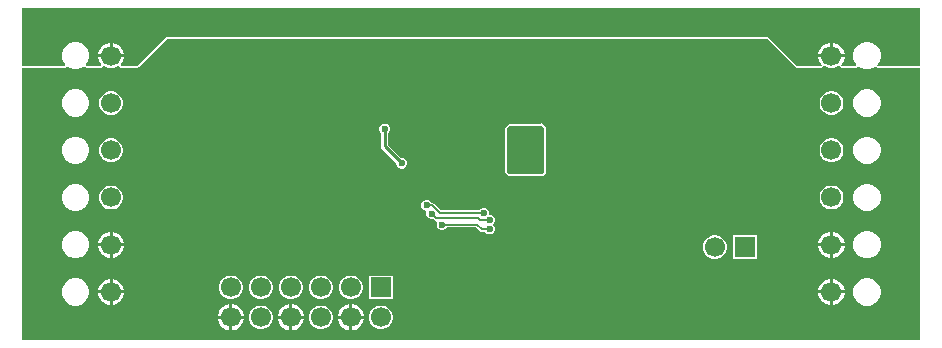
<source format=gbl>
G04*
G04 #@! TF.GenerationSoftware,Altium Limited,Altium Designer,22.3.1 (43)*
G04*
G04 Layer_Physical_Order=2*
G04 Layer_Color=16711680*
%FSLAX44Y44*%
%MOMM*%
G71*
G04*
G04 #@! TF.SameCoordinates,C52AF181-6C1B-4B2A-911A-4B769AFB4D18*
G04*
G04*
G04 #@! TF.FilePolarity,Positive*
G04*
G01*
G75*
%ADD13C,0.2540*%
%ADD56C,0.1520*%
%ADD57C,1.7000*%
%ADD58R,1.7000X1.7000*%
%ADD59R,1.7000X1.7000*%
%ADD60C,0.6000*%
G36*
X1074990Y911371D02*
X1039328D01*
X1038842Y912544D01*
X1039221Y912924D01*
X1040739Y915552D01*
X1041524Y918483D01*
Y921517D01*
X1040739Y924448D01*
X1039221Y927076D01*
X1037076Y929221D01*
X1034448Y930739D01*
X1031517Y931524D01*
X1028483D01*
X1025552Y930739D01*
X1022924Y929221D01*
X1020779Y927076D01*
X1019261Y924448D01*
X1018476Y921517D01*
Y918483D01*
X1019261Y915552D01*
X1020779Y912924D01*
X1021158Y912544D01*
X1020672Y911371D01*
X1008643D01*
X1008157Y912544D01*
X1008834Y913221D01*
X1010288Y915739D01*
X1011040Y918547D01*
Y918730D01*
X988960D01*
Y918547D01*
X989712Y915739D01*
X991166Y913221D01*
X991843Y912544D01*
X991357Y911371D01*
X970769D01*
X946150Y935990D01*
X436880D01*
X412261Y911371D01*
X398643D01*
X398157Y912544D01*
X398834Y913221D01*
X400288Y915739D01*
X401040Y918547D01*
Y918730D01*
X378960D01*
Y918547D01*
X379712Y915739D01*
X381166Y913221D01*
X381843Y912544D01*
X381357Y911371D01*
X369328D01*
X368842Y912544D01*
X369221Y912924D01*
X370739Y915552D01*
X371524Y918483D01*
Y921517D01*
X370739Y924448D01*
X369221Y927076D01*
X367076Y929221D01*
X364448Y930739D01*
X361517Y931524D01*
X358483D01*
X355552Y930739D01*
X352924Y929221D01*
X350779Y927076D01*
X349261Y924448D01*
X348476Y921517D01*
Y918483D01*
X349261Y915552D01*
X350779Y912924D01*
X351158Y912544D01*
X350672Y911371D01*
X315010D01*
Y960410D01*
X1074990D01*
Y911371D01*
D02*
G37*
G36*
X969603Y910205D02*
X970769Y909722D01*
X991357D01*
X991660Y909847D01*
X991988D01*
X992220Y910079D01*
X992523Y910205D01*
X992649Y910508D01*
X992881Y910740D01*
X993011Y911054D01*
X993071Y911121D01*
X994540Y911578D01*
X996131Y910659D01*
X998680Y909976D01*
X1001320D01*
X1003869Y910659D01*
X1005460Y911578D01*
X1006929Y911121D01*
X1006989Y911054D01*
X1007119Y910740D01*
X1007351Y910508D01*
X1007477Y910205D01*
X1007780Y910079D01*
X1008012Y909847D01*
X1008340D01*
X1008643Y909722D01*
X1020672D01*
X1020975Y909847D01*
X1021303D01*
X1021535Y910079D01*
X1021839Y910205D01*
X1022004Y910292D01*
X1022919Y910585D01*
X1023459Y910470D01*
X1025552Y909261D01*
X1028483Y908476D01*
X1031517D01*
X1034448Y909261D01*
X1036541Y910470D01*
X1037081Y910585D01*
X1037996Y910292D01*
X1038161Y910205D01*
X1038465Y910079D01*
X1038697Y909847D01*
X1039025D01*
X1039328Y909722D01*
X1074990D01*
Y679590D01*
X315010D01*
Y909722D01*
X350672D01*
X350975Y909847D01*
X351303D01*
X351535Y910079D01*
X351838Y910205D01*
X352004Y910292D01*
X352919Y910585D01*
X353459Y910470D01*
X355552Y909261D01*
X358483Y908476D01*
X361517D01*
X364448Y909261D01*
X366541Y910470D01*
X367081Y910585D01*
X367996Y910292D01*
X368162Y910205D01*
X368465Y910079D01*
X368697Y909847D01*
X369025D01*
X369328Y909722D01*
X381357D01*
X381660Y909847D01*
X381988D01*
X382220Y910079D01*
X382523Y910205D01*
X382649Y910508D01*
X382881Y910740D01*
X383011Y911054D01*
X383071Y911121D01*
X384540Y911578D01*
X386131Y910659D01*
X388680Y909976D01*
X391320D01*
X393869Y910659D01*
X395460Y911578D01*
X396929Y911121D01*
X396989Y911054D01*
X397119Y910740D01*
X397351Y910508D01*
X397477Y910205D01*
X397780Y910079D01*
X398012Y909847D01*
X398340D01*
X398643Y909722D01*
X412261D01*
X413428Y910205D01*
X437563Y934340D01*
X945467D01*
X969603Y910205D01*
D02*
G37*
%LPC*%
G36*
X1001453Y931040D02*
X1001270D01*
Y921270D01*
X1011040D01*
Y921453D01*
X1010288Y924261D01*
X1008834Y926779D01*
X1006779Y928834D01*
X1004261Y930288D01*
X1001453Y931040D01*
D02*
G37*
G36*
X998730D02*
X998547D01*
X995739Y930288D01*
X993221Y928834D01*
X991166Y926779D01*
X989712Y924261D01*
X988960Y921453D01*
Y921270D01*
X998730D01*
Y931040D01*
D02*
G37*
G36*
X391453D02*
X391270D01*
Y921270D01*
X401040D01*
Y921453D01*
X400288Y924261D01*
X398834Y926779D01*
X396779Y928834D01*
X394261Y930288D01*
X391453Y931040D01*
D02*
G37*
G36*
X388730D02*
X388547D01*
X385739Y930288D01*
X383221Y928834D01*
X381166Y926779D01*
X379712Y924261D01*
X378960Y921453D01*
Y921270D01*
X388730D01*
Y931040D01*
D02*
G37*
G36*
X1001320Y890024D02*
X998680D01*
X996131Y889341D01*
X993845Y888021D01*
X991979Y886155D01*
X990659Y883869D01*
X989976Y881320D01*
Y878680D01*
X990659Y876131D01*
X991979Y873845D01*
X993845Y871979D01*
X996131Y870659D01*
X998680Y869976D01*
X1001320D01*
X1003869Y870659D01*
X1006155Y871979D01*
X1008021Y873845D01*
X1009341Y876131D01*
X1010024Y878680D01*
Y881320D01*
X1009341Y883869D01*
X1008021Y886155D01*
X1006155Y888021D01*
X1003869Y889341D01*
X1001320Y890024D01*
D02*
G37*
G36*
X391320D02*
X388680D01*
X386131Y889341D01*
X383845Y888021D01*
X381979Y886155D01*
X380659Y883869D01*
X379976Y881320D01*
Y878680D01*
X380659Y876131D01*
X381979Y873845D01*
X383845Y871979D01*
X386131Y870659D01*
X388680Y869976D01*
X391320D01*
X393869Y870659D01*
X396155Y871979D01*
X398021Y873845D01*
X399341Y876131D01*
X400024Y878680D01*
Y881320D01*
X399341Y883869D01*
X398021Y886155D01*
X396155Y888021D01*
X393869Y889341D01*
X391320Y890024D01*
D02*
G37*
G36*
X1031517Y891524D02*
X1028483D01*
X1025552Y890739D01*
X1022924Y889221D01*
X1020779Y887076D01*
X1019261Y884448D01*
X1018476Y881517D01*
Y878483D01*
X1019261Y875552D01*
X1020779Y872924D01*
X1022924Y870779D01*
X1025552Y869261D01*
X1028483Y868476D01*
X1031517D01*
X1034448Y869261D01*
X1037076Y870779D01*
X1039221Y872924D01*
X1040739Y875552D01*
X1041524Y878483D01*
Y881517D01*
X1040739Y884448D01*
X1039221Y887076D01*
X1037076Y889221D01*
X1034448Y890739D01*
X1031517Y891524D01*
D02*
G37*
G36*
X361517D02*
X358483D01*
X355552Y890739D01*
X352924Y889221D01*
X350779Y887076D01*
X349261Y884448D01*
X348476Y881517D01*
Y878483D01*
X349261Y875552D01*
X350779Y872924D01*
X352924Y870779D01*
X355552Y869261D01*
X358483Y868476D01*
X361517D01*
X364448Y869261D01*
X367076Y870779D01*
X369221Y872924D01*
X370739Y875552D01*
X371524Y878483D01*
Y881517D01*
X370739Y884448D01*
X369221Y887076D01*
X367076Y889221D01*
X364448Y890739D01*
X361517Y891524D01*
D02*
G37*
G36*
X1001320Y850024D02*
X998680D01*
X996131Y849341D01*
X993845Y848021D01*
X991979Y846155D01*
X990659Y843869D01*
X989976Y841320D01*
Y838680D01*
X990659Y836131D01*
X991979Y833845D01*
X993845Y831979D01*
X996131Y830659D01*
X998680Y829976D01*
X1001320D01*
X1003869Y830659D01*
X1006155Y831979D01*
X1008021Y833845D01*
X1009341Y836131D01*
X1010024Y838680D01*
Y841320D01*
X1009341Y843869D01*
X1008021Y846155D01*
X1006155Y848021D01*
X1003869Y849341D01*
X1001320Y850024D01*
D02*
G37*
G36*
X391320D02*
X388680D01*
X386131Y849341D01*
X383845Y848021D01*
X381979Y846155D01*
X380659Y843869D01*
X379976Y841320D01*
Y838680D01*
X380659Y836131D01*
X381979Y833845D01*
X383845Y831979D01*
X386131Y830659D01*
X388680Y829976D01*
X391320D01*
X393869Y830659D01*
X396155Y831979D01*
X398021Y833845D01*
X399341Y836131D01*
X400024Y838680D01*
Y841320D01*
X399341Y843869D01*
X398021Y846155D01*
X396155Y848021D01*
X393869Y849341D01*
X391320Y850024D01*
D02*
G37*
G36*
X1031517Y851524D02*
X1028483D01*
X1025552Y850739D01*
X1022924Y849221D01*
X1020779Y847076D01*
X1019261Y844448D01*
X1018476Y841517D01*
Y838483D01*
X1019261Y835552D01*
X1020779Y832924D01*
X1022924Y830779D01*
X1025552Y829261D01*
X1028483Y828476D01*
X1031517D01*
X1034448Y829261D01*
X1037076Y830779D01*
X1039221Y832924D01*
X1040739Y835552D01*
X1041524Y838483D01*
Y841517D01*
X1040739Y844448D01*
X1039221Y847076D01*
X1037076Y849221D01*
X1034448Y850739D01*
X1031517Y851524D01*
D02*
G37*
G36*
X361517D02*
X358483D01*
X355552Y850739D01*
X352924Y849221D01*
X350779Y847076D01*
X349261Y844448D01*
X348476Y841517D01*
Y838483D01*
X349261Y835552D01*
X350779Y832924D01*
X352924Y830779D01*
X355552Y829261D01*
X358483Y828476D01*
X361517D01*
X364448Y829261D01*
X367076Y830779D01*
X369221Y832924D01*
X370739Y835552D01*
X371524Y838483D01*
Y841517D01*
X370739Y844448D01*
X369221Y847076D01*
X367076Y849221D01*
X364448Y850739D01*
X361517Y851524D01*
D02*
G37*
G36*
X622523Y862545D02*
X620723D01*
X619060Y861857D01*
X617788Y860584D01*
X617099Y858921D01*
Y857122D01*
X617788Y855459D01*
X618774Y854472D01*
Y843298D01*
X618774Y843298D01*
X618991Y842208D01*
X619609Y841284D01*
X631506Y829387D01*
Y827991D01*
X632195Y826329D01*
X633467Y825056D01*
X635130Y824367D01*
X636930D01*
X638593Y825056D01*
X639865Y826329D01*
X640554Y827991D01*
Y829791D01*
X639865Y831454D01*
X638593Y832727D01*
X636930Y833415D01*
X635535D01*
X624472Y844478D01*
Y854472D01*
X625458Y855459D01*
X626147Y857122D01*
Y858921D01*
X625458Y860584D01*
X624186Y861857D01*
X622523Y862545D01*
D02*
G37*
G36*
X754453Y862953D02*
X753287Y862469D01*
X753089Y862272D01*
X727065D01*
X725898Y861789D01*
X724004Y859894D01*
X723520Y858727D01*
Y821690D01*
X724004Y820524D01*
X725984Y818544D01*
X727150Y818061D01*
X754997D01*
X756164Y818544D01*
X758070Y820450D01*
X758553Y821616D01*
Y858852D01*
X758070Y860019D01*
X755619Y862469D01*
X754453Y862953D01*
D02*
G37*
G36*
X1001320Y810024D02*
X998680D01*
X996131Y809341D01*
X993845Y808021D01*
X991979Y806155D01*
X990659Y803869D01*
X989976Y801320D01*
Y798680D01*
X990659Y796131D01*
X991979Y793845D01*
X993845Y791979D01*
X996131Y790659D01*
X998680Y789976D01*
X1001320D01*
X1003869Y790659D01*
X1006155Y791979D01*
X1008021Y793845D01*
X1009341Y796131D01*
X1010024Y798680D01*
Y801320D01*
X1009341Y803869D01*
X1008021Y806155D01*
X1006155Y808021D01*
X1003869Y809341D01*
X1001320Y810024D01*
D02*
G37*
G36*
X391320D02*
X388680D01*
X386131Y809341D01*
X383845Y808021D01*
X381979Y806155D01*
X380659Y803869D01*
X379976Y801320D01*
Y798680D01*
X380659Y796131D01*
X381979Y793845D01*
X383845Y791979D01*
X386131Y790659D01*
X388680Y789976D01*
X391320D01*
X393869Y790659D01*
X396155Y791979D01*
X398021Y793845D01*
X399341Y796131D01*
X400024Y798680D01*
Y801320D01*
X399341Y803869D01*
X398021Y806155D01*
X396155Y808021D01*
X393869Y809341D01*
X391320Y810024D01*
D02*
G37*
G36*
X1031517Y811524D02*
X1028483D01*
X1025552Y810739D01*
X1022924Y809221D01*
X1020779Y807076D01*
X1019261Y804448D01*
X1018476Y801517D01*
Y798483D01*
X1019261Y795552D01*
X1020779Y792924D01*
X1022924Y790779D01*
X1025552Y789261D01*
X1028483Y788476D01*
X1031517D01*
X1034448Y789261D01*
X1037076Y790779D01*
X1039221Y792924D01*
X1040739Y795552D01*
X1041524Y798483D01*
Y801517D01*
X1040739Y804448D01*
X1039221Y807076D01*
X1037076Y809221D01*
X1034448Y810739D01*
X1031517Y811524D01*
D02*
G37*
G36*
X361517D02*
X358483D01*
X355552Y810739D01*
X352924Y809221D01*
X350779Y807076D01*
X349261Y804448D01*
X348476Y801517D01*
Y798483D01*
X349261Y795552D01*
X350779Y792924D01*
X352924Y790779D01*
X355552Y789261D01*
X358483Y788476D01*
X361517D01*
X364448Y789261D01*
X367076Y790779D01*
X369221Y792924D01*
X370739Y795552D01*
X371524Y798483D01*
Y801517D01*
X370739Y804448D01*
X369221Y807076D01*
X367076Y809221D01*
X364448Y810739D01*
X361517Y811524D01*
D02*
G37*
G36*
X658227Y797741D02*
X656427D01*
X654764Y797052D01*
X653492Y795779D01*
X652803Y794117D01*
Y792317D01*
X653492Y790654D01*
X654764Y789381D01*
X656427Y788693D01*
X657075Y787722D01*
X656913Y787330D01*
Y785530D01*
X657602Y783867D01*
X658874Y782595D01*
X660537Y781906D01*
X662337D01*
X662571Y782003D01*
X663900Y780673D01*
X664656Y780169D01*
X665113Y780078D01*
X665799Y779147D01*
X665926Y778721D01*
X665601Y777936D01*
Y776136D01*
X666289Y774473D01*
X667562Y773201D01*
X669225Y772512D01*
X671025D01*
X672687Y773201D01*
X673960Y774473D01*
X674057Y774707D01*
X699009D01*
X702037Y771680D01*
X702792Y771175D01*
X703683Y770998D01*
X706909D01*
X707006Y770764D01*
X708279Y769492D01*
X709941Y768803D01*
X711741D01*
X713404Y769492D01*
X714676Y770764D01*
X715365Y772427D01*
Y774227D01*
X714676Y775890D01*
X713472Y777094D01*
X714666Y778288D01*
X715354Y779951D01*
Y781751D01*
X714666Y783413D01*
X713393Y784686D01*
X711730Y785375D01*
X711255D01*
X710081Y785786D01*
X710081Y786548D01*
Y787586D01*
X709392Y789249D01*
X708120Y790521D01*
X706457Y791210D01*
X704657D01*
X702995Y790521D01*
X701722Y789249D01*
X701625Y789015D01*
X669618D01*
X663770Y794863D01*
X663014Y795368D01*
X662123Y795545D01*
X661259D01*
X661162Y795779D01*
X659889Y797052D01*
X658227Y797741D01*
D02*
G37*
G36*
X391453Y771040D02*
X391270D01*
Y761270D01*
X401040D01*
Y761453D01*
X400288Y764261D01*
X398834Y766779D01*
X396779Y768834D01*
X394261Y770288D01*
X391453Y771040D01*
D02*
G37*
G36*
X388730D02*
X388547D01*
X385739Y770288D01*
X383221Y768834D01*
X381166Y766779D01*
X379712Y764261D01*
X378960Y761453D01*
Y761270D01*
X388730D01*
Y771040D01*
D02*
G37*
G36*
X1001453D02*
X1001270D01*
Y761270D01*
X1011040D01*
Y761453D01*
X1010288Y764261D01*
X1008834Y766779D01*
X1006779Y768834D01*
X1004261Y770288D01*
X1001453Y771040D01*
D02*
G37*
G36*
X998730D02*
X998547D01*
X995739Y770288D01*
X993221Y768834D01*
X991166Y766779D01*
X989712Y764261D01*
X988960Y761453D01*
Y761270D01*
X998730D01*
Y771040D01*
D02*
G37*
G36*
X1011040Y758730D02*
X1001270D01*
Y748960D01*
X1001453D01*
X1004261Y749712D01*
X1006779Y751166D01*
X1008834Y753221D01*
X1010288Y755739D01*
X1011040Y758547D01*
Y758730D01*
D02*
G37*
G36*
X998730D02*
X988960D01*
Y758547D01*
X989712Y755739D01*
X991166Y753221D01*
X993221Y751166D01*
X995739Y749712D01*
X998547Y748960D01*
X998730D01*
Y758730D01*
D02*
G37*
G36*
X401040Y758730D02*
X391270D01*
Y748960D01*
X391453D01*
X394261Y749712D01*
X396779Y751166D01*
X398834Y753221D01*
X400288Y755739D01*
X401040Y758547D01*
Y758730D01*
D02*
G37*
G36*
X388730D02*
X378960D01*
Y758547D01*
X379712Y755739D01*
X381166Y753221D01*
X383221Y751166D01*
X385739Y749712D01*
X388547Y748960D01*
X388730D01*
Y758730D01*
D02*
G37*
G36*
X1031517Y771524D02*
X1028483D01*
X1025552Y770739D01*
X1022924Y769221D01*
X1020779Y767076D01*
X1019261Y764448D01*
X1018476Y761517D01*
Y758483D01*
X1019261Y755552D01*
X1020779Y752924D01*
X1022924Y750779D01*
X1025552Y749261D01*
X1028483Y748476D01*
X1031517D01*
X1034448Y749261D01*
X1037076Y750779D01*
X1039221Y752924D01*
X1040739Y755552D01*
X1041524Y758483D01*
Y761517D01*
X1040739Y764448D01*
X1039221Y767076D01*
X1037076Y769221D01*
X1034448Y770739D01*
X1031517Y771524D01*
D02*
G37*
G36*
X361517D02*
X358483D01*
X355552Y770739D01*
X352924Y769221D01*
X350779Y767076D01*
X349261Y764448D01*
X348476Y761517D01*
Y758483D01*
X349261Y755552D01*
X350779Y752924D01*
X352924Y750779D01*
X355552Y749261D01*
X358483Y748476D01*
X361517D01*
X364448Y749261D01*
X367076Y750779D01*
X369221Y752924D01*
X370739Y755552D01*
X371524Y758483D01*
Y761517D01*
X370739Y764448D01*
X369221Y767076D01*
X367076Y769221D01*
X364448Y770739D01*
X361517Y771524D01*
D02*
G37*
G36*
X936734Y768075D02*
X916686D01*
Y748027D01*
X936734D01*
Y768075D01*
D02*
G37*
G36*
X902630D02*
X899990D01*
X897441Y767392D01*
X895155Y766072D01*
X893289Y764206D01*
X891969Y761920D01*
X891286Y759370D01*
Y756731D01*
X891969Y754182D01*
X893289Y751896D01*
X895155Y750030D01*
X897441Y748710D01*
X899990Y748027D01*
X902630D01*
X905179Y748710D01*
X907465Y750030D01*
X909331Y751896D01*
X910651Y754182D01*
X911334Y756731D01*
Y759370D01*
X910651Y761920D01*
X909331Y764206D01*
X907465Y766072D01*
X905179Y767392D01*
X902630Y768075D01*
D02*
G37*
G36*
X391453Y731040D02*
X391270D01*
Y721270D01*
X401040D01*
Y721453D01*
X400288Y724261D01*
X398834Y726779D01*
X396779Y728834D01*
X394261Y730288D01*
X391453Y731040D01*
D02*
G37*
G36*
X388730D02*
X388547D01*
X385739Y730288D01*
X383221Y728834D01*
X381166Y726779D01*
X379712Y724261D01*
X378960Y721453D01*
Y721270D01*
X388730D01*
Y731040D01*
D02*
G37*
G36*
X1001453D02*
X1001270D01*
Y721270D01*
X1011040D01*
Y721453D01*
X1010288Y724261D01*
X1008834Y726779D01*
X1006779Y728834D01*
X1004261Y730288D01*
X1001453Y731040D01*
D02*
G37*
G36*
X998730D02*
X998547D01*
X995739Y730288D01*
X993221Y728834D01*
X991166Y726779D01*
X989712Y724261D01*
X988960Y721453D01*
Y721270D01*
X998730D01*
Y731040D01*
D02*
G37*
G36*
X628514Y733924D02*
X608466D01*
Y713876D01*
X628514D01*
Y733924D01*
D02*
G37*
G36*
X594410D02*
X591770D01*
X589221Y733241D01*
X586935Y731921D01*
X585069Y730055D01*
X583749Y727769D01*
X583066Y725220D01*
Y722580D01*
X583749Y720031D01*
X585069Y717745D01*
X586935Y715879D01*
X589221Y714559D01*
X591770Y713876D01*
X594410D01*
X596959Y714559D01*
X599245Y715879D01*
X601111Y717745D01*
X602431Y720031D01*
X603114Y722580D01*
Y725220D01*
X602431Y727769D01*
X601111Y730055D01*
X599245Y731921D01*
X596959Y733241D01*
X594410Y733924D01*
D02*
G37*
G36*
X569010D02*
X566370D01*
X563821Y733241D01*
X561535Y731921D01*
X559669Y730055D01*
X558349Y727769D01*
X557666Y725220D01*
Y722580D01*
X558349Y720031D01*
X559669Y717745D01*
X561535Y715879D01*
X563821Y714559D01*
X566370Y713876D01*
X569010D01*
X571559Y714559D01*
X573845Y715879D01*
X575711Y717745D01*
X577031Y720031D01*
X577714Y722580D01*
Y725220D01*
X577031Y727769D01*
X575711Y730055D01*
X573845Y731921D01*
X571559Y733241D01*
X569010Y733924D01*
D02*
G37*
G36*
X543610D02*
X540970D01*
X538421Y733241D01*
X536135Y731921D01*
X534269Y730055D01*
X532949Y727769D01*
X532266Y725220D01*
Y722580D01*
X532949Y720031D01*
X534269Y717745D01*
X536135Y715879D01*
X538421Y714559D01*
X540970Y713876D01*
X543610D01*
X546159Y714559D01*
X548445Y715879D01*
X550311Y717745D01*
X551631Y720031D01*
X552314Y722580D01*
Y725220D01*
X551631Y727769D01*
X550311Y730055D01*
X548445Y731921D01*
X546159Y733241D01*
X543610Y733924D01*
D02*
G37*
G36*
X518210D02*
X515570D01*
X513021Y733241D01*
X510735Y731921D01*
X508869Y730055D01*
X507549Y727769D01*
X506866Y725220D01*
Y722580D01*
X507549Y720031D01*
X508869Y717745D01*
X510735Y715879D01*
X513021Y714559D01*
X515570Y713876D01*
X518210D01*
X520759Y714559D01*
X523045Y715879D01*
X524911Y717745D01*
X526231Y720031D01*
X526914Y722580D01*
Y725220D01*
X526231Y727769D01*
X524911Y730055D01*
X523045Y731921D01*
X520759Y733241D01*
X518210Y733924D01*
D02*
G37*
G36*
X492810D02*
X490170D01*
X487621Y733241D01*
X485335Y731921D01*
X483469Y730055D01*
X482149Y727769D01*
X481466Y725220D01*
Y722580D01*
X482149Y720031D01*
X483469Y717745D01*
X485335Y715879D01*
X487621Y714559D01*
X490170Y713876D01*
X492810D01*
X495359Y714559D01*
X497645Y715879D01*
X499511Y717745D01*
X500831Y720031D01*
X501514Y722580D01*
Y725220D01*
X500831Y727769D01*
X499511Y730055D01*
X497645Y731921D01*
X495359Y733241D01*
X492810Y733924D01*
D02*
G37*
G36*
X1011040Y718730D02*
X1001270D01*
Y708960D01*
X1001453D01*
X1004261Y709712D01*
X1006779Y711166D01*
X1008834Y713221D01*
X1010288Y715739D01*
X1011040Y718547D01*
Y718730D01*
D02*
G37*
G36*
X998730D02*
X988960D01*
Y718547D01*
X989712Y715739D01*
X991166Y713221D01*
X993221Y711166D01*
X995739Y709712D01*
X998547Y708960D01*
X998730D01*
Y718730D01*
D02*
G37*
G36*
X401040Y718730D02*
X391270D01*
Y708960D01*
X391453D01*
X394261Y709712D01*
X396779Y711166D01*
X398834Y713221D01*
X400288Y715739D01*
X401040Y718547D01*
Y718730D01*
D02*
G37*
G36*
X388730D02*
X378960D01*
Y718547D01*
X379712Y715739D01*
X381166Y713221D01*
X383221Y711166D01*
X385739Y709712D01*
X388547Y708960D01*
X388730D01*
Y718730D01*
D02*
G37*
G36*
X1031517Y731524D02*
X1028483D01*
X1025552Y730739D01*
X1022924Y729221D01*
X1020779Y727076D01*
X1019261Y724448D01*
X1018476Y721517D01*
Y718483D01*
X1019261Y715552D01*
X1020779Y712924D01*
X1022924Y710779D01*
X1025552Y709261D01*
X1028483Y708476D01*
X1031517D01*
X1034448Y709261D01*
X1037076Y710779D01*
X1039221Y712924D01*
X1040739Y715552D01*
X1041524Y718483D01*
Y721517D01*
X1040739Y724448D01*
X1039221Y727076D01*
X1037076Y729221D01*
X1034448Y730739D01*
X1031517Y731524D01*
D02*
G37*
G36*
X361517D02*
X358483D01*
X355552Y730739D01*
X352924Y729221D01*
X350779Y727076D01*
X349261Y724448D01*
X348476Y721517D01*
Y718483D01*
X349261Y715552D01*
X350779Y712924D01*
X352924Y710779D01*
X355552Y709261D01*
X358483Y708476D01*
X361517D01*
X364448Y709261D01*
X367076Y710779D01*
X369221Y712924D01*
X370739Y715552D01*
X371524Y718483D01*
Y721517D01*
X370739Y724448D01*
X369221Y727076D01*
X367076Y729221D01*
X364448Y730739D01*
X361517Y731524D01*
D02*
G37*
G36*
X594543Y709540D02*
X594360D01*
Y699770D01*
X604130D01*
Y699953D01*
X603378Y702761D01*
X601924Y705279D01*
X599869Y707334D01*
X597351Y708788D01*
X594543Y709540D01*
D02*
G37*
G36*
X591820D02*
X591637D01*
X588829Y708788D01*
X586311Y707334D01*
X584256Y705279D01*
X582802Y702761D01*
X582050Y699953D01*
Y699770D01*
X591820D01*
Y709540D01*
D02*
G37*
G36*
X543743D02*
X543560D01*
Y699770D01*
X553330D01*
Y699953D01*
X552578Y702761D01*
X551124Y705279D01*
X549069Y707334D01*
X546551Y708788D01*
X543743Y709540D01*
D02*
G37*
G36*
X541020D02*
X540837D01*
X538029Y708788D01*
X535511Y707334D01*
X533456Y705279D01*
X532002Y702761D01*
X531250Y699953D01*
Y699770D01*
X541020D01*
Y709540D01*
D02*
G37*
G36*
X492943D02*
X492760D01*
Y699770D01*
X502530D01*
Y699953D01*
X501778Y702761D01*
X500324Y705279D01*
X498269Y707334D01*
X495751Y708788D01*
X492943Y709540D01*
D02*
G37*
G36*
X490220D02*
X490037D01*
X487229Y708788D01*
X484711Y707334D01*
X482656Y705279D01*
X481202Y702761D01*
X480450Y699953D01*
Y699770D01*
X490220D01*
Y709540D01*
D02*
G37*
G36*
X619810Y708524D02*
X617170D01*
X614621Y707841D01*
X612335Y706521D01*
X610469Y704655D01*
X609149Y702369D01*
X608466Y699820D01*
Y697180D01*
X609149Y694631D01*
X610469Y692345D01*
X612335Y690479D01*
X614621Y689159D01*
X617170Y688476D01*
X619810D01*
X622359Y689159D01*
X624645Y690479D01*
X626511Y692345D01*
X627831Y694631D01*
X628514Y697180D01*
Y699820D01*
X627831Y702369D01*
X626511Y704655D01*
X624645Y706521D01*
X622359Y707841D01*
X619810Y708524D01*
D02*
G37*
G36*
X569010D02*
X566370D01*
X563821Y707841D01*
X561535Y706521D01*
X559669Y704655D01*
X558349Y702369D01*
X557666Y699820D01*
Y697180D01*
X558349Y694631D01*
X559669Y692345D01*
X561535Y690479D01*
X563821Y689159D01*
X566370Y688476D01*
X569010D01*
X571559Y689159D01*
X573845Y690479D01*
X575711Y692345D01*
X577031Y694631D01*
X577714Y697180D01*
Y699820D01*
X577031Y702369D01*
X575711Y704655D01*
X573845Y706521D01*
X571559Y707841D01*
X569010Y708524D01*
D02*
G37*
G36*
X518210D02*
X515570D01*
X513021Y707841D01*
X510735Y706521D01*
X508869Y704655D01*
X507549Y702369D01*
X506866Y699820D01*
Y697180D01*
X507549Y694631D01*
X508869Y692345D01*
X510735Y690479D01*
X513021Y689159D01*
X515570Y688476D01*
X518210D01*
X520759Y689159D01*
X523045Y690479D01*
X524911Y692345D01*
X526231Y694631D01*
X526914Y697180D01*
Y699820D01*
X526231Y702369D01*
X524911Y704655D01*
X523045Y706521D01*
X520759Y707841D01*
X518210Y708524D01*
D02*
G37*
G36*
X604130Y697230D02*
X594360D01*
Y687460D01*
X594543D01*
X597351Y688212D01*
X599869Y689666D01*
X601924Y691721D01*
X603378Y694239D01*
X604130Y697047D01*
Y697230D01*
D02*
G37*
G36*
X591820D02*
X582050D01*
Y697047D01*
X582802Y694239D01*
X584256Y691721D01*
X586311Y689666D01*
X588829Y688212D01*
X591637Y687460D01*
X591820D01*
Y697230D01*
D02*
G37*
G36*
X553330D02*
X543560D01*
Y687460D01*
X543743D01*
X546551Y688212D01*
X549069Y689666D01*
X551124Y691721D01*
X552578Y694239D01*
X553330Y697047D01*
Y697230D01*
D02*
G37*
G36*
X541020D02*
X531250D01*
Y697047D01*
X532002Y694239D01*
X533456Y691721D01*
X535511Y689666D01*
X538029Y688212D01*
X540837Y687460D01*
X541020D01*
Y697230D01*
D02*
G37*
G36*
X502530D02*
X492760D01*
Y687460D01*
X492943D01*
X495751Y688212D01*
X498269Y689666D01*
X500324Y691721D01*
X501778Y694239D01*
X502530Y697047D01*
Y697230D01*
D02*
G37*
G36*
X490220D02*
X480450D01*
Y697047D01*
X481202Y694239D01*
X482656Y691721D01*
X484711Y689666D01*
X487229Y688212D01*
X490037Y687460D01*
X490220D01*
Y697230D01*
D02*
G37*
%LPD*%
G36*
X756904Y858852D02*
Y821616D01*
X754997Y819710D01*
X727150D01*
X725170Y821690D01*
Y858520D01*
Y858727D01*
X727065Y860622D01*
X753772D01*
X754453Y861303D01*
X756904Y858852D01*
D02*
G37*
D13*
X621623Y843298D02*
Y858022D01*
Y843298D02*
X636030Y828891D01*
D56*
X670125Y777036D02*
X699974D01*
X703683Y773327D01*
X661437Y786430D02*
X665547Y782320D01*
X701040D01*
X657327Y793217D02*
X662123D01*
X668654Y786686D01*
X701040Y782320D02*
X702509Y780851D01*
X668654Y786686D02*
X705557D01*
X703683Y773327D02*
X710841D01*
X702509Y780851D02*
X710830D01*
D57*
X491490Y698500D02*
D03*
X516890D02*
D03*
X542290D02*
D03*
X567690D02*
D03*
X593090D02*
D03*
X491490Y723900D02*
D03*
X516890D02*
D03*
X542290D02*
D03*
X567690D02*
D03*
X593090D02*
D03*
X618490Y698500D02*
D03*
X901310Y758051D02*
D03*
X390000Y720000D02*
D03*
Y800000D02*
D03*
Y920000D02*
D03*
Y760000D02*
D03*
Y880000D02*
D03*
Y840000D02*
D03*
X1000000Y720000D02*
D03*
Y760000D02*
D03*
Y800000D02*
D03*
Y840000D02*
D03*
Y880000D02*
D03*
Y920000D02*
D03*
D58*
X618490Y723900D02*
D03*
D59*
X926710Y758051D02*
D03*
D60*
X466330Y784860D02*
D03*
X670125Y777036D02*
D03*
X661437Y786430D02*
D03*
X657327Y793217D02*
D03*
X710841Y773327D02*
D03*
X710830Y780851D02*
D03*
X826920Y703580D02*
D03*
X868190D02*
D03*
X909460D02*
D03*
X705557Y786686D02*
D03*
X710041Y695397D02*
D03*
X676420Y692910D02*
D03*
X773290Y693040D02*
D03*
X728251Y823182D02*
D03*
X740951D02*
D03*
X753651D02*
D03*
Y857538D02*
D03*
X740951D02*
D03*
X728251D02*
D03*
X931150Y784860D02*
D03*
X636030Y828891D02*
D03*
X621623Y858022D02*
D03*
X618839Y939392D02*
D03*
X628301D02*
D03*
X821830Y907160D02*
D03*
X915910Y861060D02*
D03*
X552310Y891160D02*
D03*
X458230Y861060D02*
D03*
X674065Y890264D02*
D03*
Y872676D02*
D03*
Y881470D02*
D03*
X641655D02*
D03*
Y872676D02*
D03*
Y890264D02*
D03*
X740410Y911860D02*
D03*
Y924560D02*
D03*
X785620Y917080D02*
D03*
X786130Y867170D02*
D03*
X684397Y881031D02*
D03*
Y871569D02*
D03*
X700691Y890137D02*
D03*
X691229D02*
D03*
X636030Y843280D02*
D03*
X840090Y844550D02*
D03*
Y828040D02*
D03*
X839590Y812166D02*
D03*
X840090Y757360D02*
D03*
X636030Y770890D02*
D03*
X635859Y755612D02*
D03*
Y740372D02*
D03*
Y725132D02*
D03*
X780810Y817360D02*
D03*
X706640Y826530D02*
D03*
X697470Y752360D02*
D03*
X780810D02*
D03*
X756640Y743190D02*
D03*
M02*

</source>
